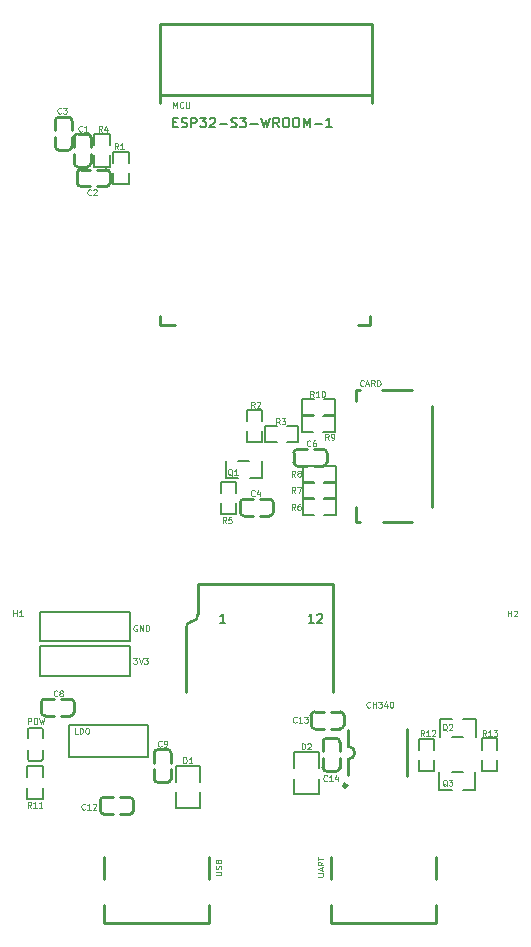
<source format=gbr>
%TF.GenerationSoftware,KiCad,Pcbnew,(6.0.2)*%
%TF.CreationDate,2022-08-25T15:18:49+08:00*%
%TF.ProjectId,ESP32S3_LCD_Card,45535033-3253-4335-9f4c-43445f436172,rev?*%
%TF.SameCoordinates,Original*%
%TF.FileFunction,Legend,Top*%
%TF.FilePolarity,Positive*%
%FSLAX46Y46*%
G04 Gerber Fmt 4.6, Leading zero omitted, Abs format (unit mm)*
G04 Created by KiCad (PCBNEW (6.0.2)) date 2022-08-25 15:18:49*
%MOMM*%
%LPD*%
G01*
G04 APERTURE LIST*
%ADD10C,0.125000*%
%ADD11C,0.203000*%
%ADD12C,0.127000*%
%ADD13C,0.152000*%
%ADD14C,0.254000*%
%ADD15C,0.200000*%
G04 APERTURE END LIST*
D10*
%TO.C,R10*%
X144556796Y-99405239D02*
X144390130Y-99167144D01*
X144271082Y-99405239D02*
X144271082Y-98905239D01*
X144461558Y-98905239D01*
X144509177Y-98929049D01*
X144532987Y-98952858D01*
X144556796Y-99000477D01*
X144556796Y-99071906D01*
X144532987Y-99119525D01*
X144509177Y-99143334D01*
X144461558Y-99167144D01*
X144271082Y-99167144D01*
X145032987Y-99405239D02*
X144747273Y-99405239D01*
X144890130Y-99405239D02*
X144890130Y-98905239D01*
X144842511Y-98976668D01*
X144794892Y-99024287D01*
X144747273Y-99048096D01*
X145342511Y-98905239D02*
X145390130Y-98905239D01*
X145437749Y-98929049D01*
X145461558Y-98952858D01*
X145485368Y-99000477D01*
X145509177Y-99095715D01*
X145509177Y-99214763D01*
X145485368Y-99310001D01*
X145461558Y-99357620D01*
X145437749Y-99381429D01*
X145390130Y-99405239D01*
X145342511Y-99405239D01*
X145294892Y-99381429D01*
X145271082Y-99357620D01*
X145247273Y-99310001D01*
X145223463Y-99214763D01*
X145223463Y-99095715D01*
X145247273Y-99000477D01*
X145271082Y-98952858D01*
X145294892Y-98929049D01*
X145342511Y-98905239D01*
%TO.C,C14*%
X145683130Y-131877571D02*
X145659321Y-131901380D01*
X145587892Y-131925190D01*
X145540273Y-131925190D01*
X145468845Y-131901380D01*
X145421226Y-131853761D01*
X145397416Y-131806142D01*
X145373607Y-131710904D01*
X145373607Y-131639476D01*
X145397416Y-131544238D01*
X145421226Y-131496619D01*
X145468845Y-131449000D01*
X145540273Y-131425190D01*
X145587892Y-131425190D01*
X145659321Y-131449000D01*
X145683130Y-131472809D01*
X146159321Y-131925190D02*
X145873607Y-131925190D01*
X146016464Y-131925190D02*
X146016464Y-131425190D01*
X145968845Y-131496619D01*
X145921226Y-131544238D01*
X145873607Y-131568047D01*
X146587892Y-131591857D02*
X146587892Y-131925190D01*
X146468845Y-131401380D02*
X146349797Y-131758523D01*
X146659321Y-131758523D01*
%TO.C,R5*%
X137142321Y-110081190D02*
X136975654Y-109843095D01*
X136856607Y-110081190D02*
X136856607Y-109581190D01*
X137047083Y-109581190D01*
X137094702Y-109605000D01*
X137118511Y-109628809D01*
X137142321Y-109676428D01*
X137142321Y-109747857D01*
X137118511Y-109795476D01*
X137094702Y-109819285D01*
X137047083Y-109843095D01*
X136856607Y-109843095D01*
X137594702Y-109581190D02*
X137356607Y-109581190D01*
X137332797Y-109819285D01*
X137356607Y-109795476D01*
X137404226Y-109771666D01*
X137523273Y-109771666D01*
X137570892Y-109795476D01*
X137594702Y-109819285D01*
X137618511Y-109866904D01*
X137618511Y-109985952D01*
X137594702Y-110033571D01*
X137570892Y-110057380D01*
X137523273Y-110081190D01*
X137404226Y-110081190D01*
X137356607Y-110057380D01*
X137332797Y-110033571D01*
%TO.C,D1*%
X133527891Y-130398138D02*
X133527891Y-129898138D01*
X133646939Y-129898138D01*
X133718367Y-129921948D01*
X133765986Y-129969567D01*
X133789796Y-130017186D01*
X133813605Y-130112424D01*
X133813605Y-130183852D01*
X133789796Y-130279090D01*
X133765986Y-130326709D01*
X133718367Y-130374328D01*
X133646939Y-130398138D01*
X133527891Y-130398138D01*
X134289796Y-130398138D02*
X134004081Y-130398138D01*
X134146939Y-130398138D02*
X134146939Y-129898138D01*
X134099319Y-129969567D01*
X134051700Y-130017186D01*
X134004081Y-130040995D01*
%TO.C,GND*%
X129585892Y-118749000D02*
X129538273Y-118725190D01*
X129466845Y-118725190D01*
X129395416Y-118749000D01*
X129347797Y-118796619D01*
X129323988Y-118844238D01*
X129300178Y-118939476D01*
X129300178Y-119010904D01*
X129323988Y-119106142D01*
X129347797Y-119153761D01*
X129395416Y-119201380D01*
X129466845Y-119225190D01*
X129514464Y-119225190D01*
X129585892Y-119201380D01*
X129609702Y-119177571D01*
X129609702Y-119010904D01*
X129514464Y-119010904D01*
X129823988Y-119225190D02*
X129823988Y-118725190D01*
X130109702Y-119225190D01*
X130109702Y-118725190D01*
X130347797Y-119225190D02*
X130347797Y-118725190D01*
X130466845Y-118725190D01*
X130538273Y-118749000D01*
X130585892Y-118796619D01*
X130609702Y-118844238D01*
X130633511Y-118939476D01*
X130633511Y-119010904D01*
X130609702Y-119106142D01*
X130585892Y-119153761D01*
X130538273Y-119201380D01*
X130466845Y-119225190D01*
X130347797Y-119225190D01*
%TO.C,CH340*%
X149330011Y-125654571D02*
X149306202Y-125678380D01*
X149234773Y-125702190D01*
X149187154Y-125702190D01*
X149115726Y-125678380D01*
X149068107Y-125630761D01*
X149044297Y-125583142D01*
X149020488Y-125487904D01*
X149020488Y-125416476D01*
X149044297Y-125321238D01*
X149068107Y-125273619D01*
X149115726Y-125226000D01*
X149187154Y-125202190D01*
X149234773Y-125202190D01*
X149306202Y-125226000D01*
X149330011Y-125249809D01*
X149544297Y-125702190D02*
X149544297Y-125202190D01*
X149544297Y-125440285D02*
X149830011Y-125440285D01*
X149830011Y-125702190D02*
X149830011Y-125202190D01*
X150020488Y-125202190D02*
X150330011Y-125202190D01*
X150163345Y-125392666D01*
X150234773Y-125392666D01*
X150282392Y-125416476D01*
X150306202Y-125440285D01*
X150330011Y-125487904D01*
X150330011Y-125606952D01*
X150306202Y-125654571D01*
X150282392Y-125678380D01*
X150234773Y-125702190D01*
X150091916Y-125702190D01*
X150044297Y-125678380D01*
X150020488Y-125654571D01*
X150758583Y-125368857D02*
X150758583Y-125702190D01*
X150639535Y-125178380D02*
X150520488Y-125535523D01*
X150830011Y-125535523D01*
X151115726Y-125202190D02*
X151163345Y-125202190D01*
X151210964Y-125226000D01*
X151234773Y-125249809D01*
X151258583Y-125297428D01*
X151282392Y-125392666D01*
X151282392Y-125511714D01*
X151258583Y-125606952D01*
X151234773Y-125654571D01*
X151210964Y-125678380D01*
X151163345Y-125702190D01*
X151115726Y-125702190D01*
X151068107Y-125678380D01*
X151044297Y-125654571D01*
X151020488Y-125606952D01*
X150996678Y-125511714D01*
X150996678Y-125392666D01*
X151020488Y-125297428D01*
X151044297Y-125249809D01*
X151068107Y-125226000D01*
X151115726Y-125202190D01*
%TO.C,USB*%
X136251190Y-139880702D02*
X136655952Y-139880702D01*
X136703571Y-139856892D01*
X136727380Y-139833083D01*
X136751190Y-139785464D01*
X136751190Y-139690226D01*
X136727380Y-139642607D01*
X136703571Y-139618797D01*
X136655952Y-139594988D01*
X136251190Y-139594988D01*
X136727380Y-139380702D02*
X136751190Y-139309273D01*
X136751190Y-139190226D01*
X136727380Y-139142607D01*
X136703571Y-139118797D01*
X136655952Y-139094988D01*
X136608333Y-139094988D01*
X136560714Y-139118797D01*
X136536904Y-139142607D01*
X136513095Y-139190226D01*
X136489285Y-139285464D01*
X136465476Y-139333083D01*
X136441666Y-139356892D01*
X136394047Y-139380702D01*
X136346428Y-139380702D01*
X136298809Y-139356892D01*
X136275000Y-139333083D01*
X136251190Y-139285464D01*
X136251190Y-139166416D01*
X136275000Y-139094988D01*
X136489285Y-138714035D02*
X136513095Y-138642607D01*
X136536904Y-138618797D01*
X136584523Y-138594988D01*
X136655952Y-138594988D01*
X136703571Y-138618797D01*
X136727380Y-138642607D01*
X136751190Y-138690226D01*
X136751190Y-138880702D01*
X136251190Y-138880702D01*
X136251190Y-138714035D01*
X136275000Y-138666416D01*
X136298809Y-138642607D01*
X136346428Y-138618797D01*
X136394047Y-138618797D01*
X136441666Y-138642607D01*
X136465476Y-138666416D01*
X136489285Y-138714035D01*
X136489285Y-138880702D01*
%TO.C,LDO*%
X124573164Y-127908049D02*
X124335069Y-127908049D01*
X124335069Y-127408049D01*
X124739831Y-127908049D02*
X124739831Y-127408049D01*
X124858879Y-127408049D01*
X124930307Y-127431859D01*
X124977926Y-127479478D01*
X125001736Y-127527097D01*
X125025545Y-127622335D01*
X125025545Y-127693763D01*
X125001736Y-127789001D01*
X124977926Y-127836620D01*
X124930307Y-127884239D01*
X124858879Y-127908049D01*
X124739831Y-127908049D01*
X125335069Y-127408049D02*
X125430307Y-127408049D01*
X125477926Y-127431859D01*
X125525545Y-127479478D01*
X125549355Y-127574716D01*
X125549355Y-127741382D01*
X125525545Y-127836620D01*
X125477926Y-127884239D01*
X125430307Y-127908049D01*
X125335069Y-127908049D01*
X125287450Y-127884239D01*
X125239831Y-127836620D01*
X125216022Y-127741382D01*
X125216022Y-127574716D01*
X125239831Y-127479478D01*
X125287450Y-127431859D01*
X125335069Y-127408049D01*
%TO.C,POW*%
X120362559Y-127099190D02*
X120362559Y-126599190D01*
X120553035Y-126599190D01*
X120600654Y-126623000D01*
X120624464Y-126646809D01*
X120648273Y-126694428D01*
X120648273Y-126765857D01*
X120624464Y-126813476D01*
X120600654Y-126837285D01*
X120553035Y-126861095D01*
X120362559Y-126861095D01*
X120957797Y-126599190D02*
X121053035Y-126599190D01*
X121100654Y-126623000D01*
X121148273Y-126670619D01*
X121172083Y-126765857D01*
X121172083Y-126932523D01*
X121148273Y-127027761D01*
X121100654Y-127075380D01*
X121053035Y-127099190D01*
X120957797Y-127099190D01*
X120910178Y-127075380D01*
X120862559Y-127027761D01*
X120838750Y-126932523D01*
X120838750Y-126765857D01*
X120862559Y-126670619D01*
X120910178Y-126623000D01*
X120957797Y-126599190D01*
X121338750Y-126599190D02*
X121457797Y-127099190D01*
X121553035Y-126742047D01*
X121648273Y-127099190D01*
X121767321Y-126599190D01*
%TO.C,C12*%
X125200011Y-134290571D02*
X125176202Y-134314380D01*
X125104773Y-134338190D01*
X125057154Y-134338190D01*
X124985726Y-134314380D01*
X124938107Y-134266761D01*
X124914297Y-134219142D01*
X124890488Y-134123904D01*
X124890488Y-134052476D01*
X124914297Y-133957238D01*
X124938107Y-133909619D01*
X124985726Y-133862000D01*
X125057154Y-133838190D01*
X125104773Y-133838190D01*
X125176202Y-133862000D01*
X125200011Y-133885809D01*
X125676202Y-134338190D02*
X125390488Y-134338190D01*
X125533345Y-134338190D02*
X125533345Y-133838190D01*
X125485726Y-133909619D01*
X125438107Y-133957238D01*
X125390488Y-133981047D01*
X125866678Y-133885809D02*
X125890488Y-133862000D01*
X125938107Y-133838190D01*
X126057154Y-133838190D01*
X126104773Y-133862000D01*
X126128583Y-133885809D01*
X126152392Y-133933428D01*
X126152392Y-133981047D01*
X126128583Y-134052476D01*
X125842869Y-134338190D01*
X126152392Y-134338190D01*
%TO.C,R13*%
X159145130Y-128115190D02*
X158978464Y-127877095D01*
X158859416Y-128115190D02*
X158859416Y-127615190D01*
X159049892Y-127615190D01*
X159097511Y-127639000D01*
X159121321Y-127662809D01*
X159145130Y-127710428D01*
X159145130Y-127781857D01*
X159121321Y-127829476D01*
X159097511Y-127853285D01*
X159049892Y-127877095D01*
X158859416Y-127877095D01*
X159621321Y-128115190D02*
X159335607Y-128115190D01*
X159478464Y-128115190D02*
X159478464Y-127615190D01*
X159430845Y-127686619D01*
X159383226Y-127734238D01*
X159335607Y-127758047D01*
X159787988Y-127615190D02*
X160097511Y-127615190D01*
X159930845Y-127805666D01*
X160002273Y-127805666D01*
X160049892Y-127829476D01*
X160073702Y-127853285D01*
X160097511Y-127900904D01*
X160097511Y-128019952D01*
X160073702Y-128067571D01*
X160049892Y-128091380D01*
X160002273Y-128115190D01*
X159859416Y-128115190D01*
X159811797Y-128091380D01*
X159787988Y-128067571D01*
%TO.C,C1*%
X124946011Y-76886571D02*
X124922202Y-76910380D01*
X124850773Y-76934190D01*
X124803154Y-76934190D01*
X124731726Y-76910380D01*
X124684107Y-76862761D01*
X124660297Y-76815142D01*
X124636488Y-76719904D01*
X124636488Y-76648476D01*
X124660297Y-76553238D01*
X124684107Y-76505619D01*
X124731726Y-76458000D01*
X124803154Y-76434190D01*
X124850773Y-76434190D01*
X124922202Y-76458000D01*
X124946011Y-76481809D01*
X125422202Y-76934190D02*
X125136488Y-76934190D01*
X125279345Y-76934190D02*
X125279345Y-76434190D01*
X125231726Y-76505619D01*
X125184107Y-76553238D01*
X125136488Y-76577047D01*
%TO.C,UART*%
X144887190Y-140007702D02*
X145291952Y-140007702D01*
X145339571Y-139983892D01*
X145363380Y-139960083D01*
X145387190Y-139912464D01*
X145387190Y-139817226D01*
X145363380Y-139769607D01*
X145339571Y-139745797D01*
X145291952Y-139721988D01*
X144887190Y-139721988D01*
X145244333Y-139507702D02*
X145244333Y-139269607D01*
X145387190Y-139555321D02*
X144887190Y-139388654D01*
X145387190Y-139221988D01*
X145387190Y-138769607D02*
X145149095Y-138936273D01*
X145387190Y-139055321D02*
X144887190Y-139055321D01*
X144887190Y-138864845D01*
X144911000Y-138817226D01*
X144934809Y-138793416D01*
X144982428Y-138769607D01*
X145053857Y-138769607D01*
X145101476Y-138793416D01*
X145125285Y-138817226D01*
X145149095Y-138864845D01*
X145149095Y-139055321D01*
X144887190Y-138626750D02*
X144887190Y-138341035D01*
X145387190Y-138483892D02*
X144887190Y-138483892D01*
%TO.C,R2*%
X139555321Y-100302190D02*
X139388654Y-100064095D01*
X139269607Y-100302190D02*
X139269607Y-99802190D01*
X139460083Y-99802190D01*
X139507702Y-99826000D01*
X139531511Y-99849809D01*
X139555321Y-99897428D01*
X139555321Y-99968857D01*
X139531511Y-100016476D01*
X139507702Y-100040285D01*
X139460083Y-100064095D01*
X139269607Y-100064095D01*
X139745797Y-99849809D02*
X139769607Y-99826000D01*
X139817226Y-99802190D01*
X139936273Y-99802190D01*
X139983892Y-99826000D01*
X140007702Y-99849809D01*
X140031511Y-99897428D01*
X140031511Y-99945047D01*
X140007702Y-100016476D01*
X139721988Y-100302190D01*
X140031511Y-100302190D01*
%TO.C,C4*%
X139555321Y-107747571D02*
X139531511Y-107771380D01*
X139460083Y-107795190D01*
X139412464Y-107795190D01*
X139341035Y-107771380D01*
X139293416Y-107723761D01*
X139269607Y-107676142D01*
X139245797Y-107580904D01*
X139245797Y-107509476D01*
X139269607Y-107414238D01*
X139293416Y-107366619D01*
X139341035Y-107319000D01*
X139412464Y-107295190D01*
X139460083Y-107295190D01*
X139531511Y-107319000D01*
X139555321Y-107342809D01*
X139983892Y-107461857D02*
X139983892Y-107795190D01*
X139864845Y-107271380D02*
X139745797Y-107628523D01*
X140055321Y-107628523D01*
%TO.C,H1*%
X119133030Y-117970154D02*
X119133030Y-117470154D01*
X119133030Y-117708249D02*
X119418744Y-117708249D01*
X119418744Y-117970154D02*
X119418744Y-117470154D01*
X119918744Y-117970154D02*
X119633030Y-117970154D01*
X119775887Y-117970154D02*
X119775887Y-117470154D01*
X119728268Y-117541583D01*
X119680649Y-117589202D01*
X119633030Y-117613011D01*
%TO.C,3V3*%
X129292226Y-121501681D02*
X129601750Y-121501681D01*
X129435083Y-121692157D01*
X129506511Y-121692157D01*
X129554130Y-121715967D01*
X129577940Y-121739776D01*
X129601750Y-121787395D01*
X129601750Y-121906443D01*
X129577940Y-121954062D01*
X129554130Y-121977871D01*
X129506511Y-122001681D01*
X129363654Y-122001681D01*
X129316035Y-121977871D01*
X129292226Y-121954062D01*
X129744607Y-121501681D02*
X129911273Y-122001681D01*
X130077940Y-121501681D01*
X130196988Y-121501681D02*
X130506511Y-121501681D01*
X130339845Y-121692157D01*
X130411273Y-121692157D01*
X130458892Y-121715967D01*
X130482702Y-121739776D01*
X130506511Y-121787395D01*
X130506511Y-121906443D01*
X130482702Y-121954062D01*
X130458892Y-121977871D01*
X130411273Y-122001681D01*
X130268416Y-122001681D01*
X130220797Y-121977871D01*
X130196988Y-121954062D01*
%TO.C,C9*%
X131681321Y-128956571D02*
X131657511Y-128980380D01*
X131586083Y-129004190D01*
X131538464Y-129004190D01*
X131467035Y-128980380D01*
X131419416Y-128932761D01*
X131395607Y-128885142D01*
X131371797Y-128789904D01*
X131371797Y-128718476D01*
X131395607Y-128623238D01*
X131419416Y-128575619D01*
X131467035Y-128528000D01*
X131538464Y-128504190D01*
X131586083Y-128504190D01*
X131657511Y-128528000D01*
X131681321Y-128551809D01*
X131919416Y-129004190D02*
X132014654Y-129004190D01*
X132062273Y-128980380D01*
X132086083Y-128956571D01*
X132133702Y-128885142D01*
X132157511Y-128789904D01*
X132157511Y-128599428D01*
X132133702Y-128551809D01*
X132109892Y-128528000D01*
X132062273Y-128504190D01*
X131967035Y-128504190D01*
X131919416Y-128528000D01*
X131895607Y-128551809D01*
X131871797Y-128599428D01*
X131871797Y-128718476D01*
X131895607Y-128766095D01*
X131919416Y-128789904D01*
X131967035Y-128813714D01*
X132062273Y-128813714D01*
X132109892Y-128789904D01*
X132133702Y-128766095D01*
X132157511Y-128718476D01*
%TO.C,MCU*%
X132660999Y-74920205D02*
X132660999Y-74420205D01*
X132827666Y-74777348D01*
X132994332Y-74420205D01*
X132994332Y-74920205D01*
X133518142Y-74872586D02*
X133494332Y-74896395D01*
X133422904Y-74920205D01*
X133375285Y-74920205D01*
X133303856Y-74896395D01*
X133256237Y-74848776D01*
X133232428Y-74801157D01*
X133208618Y-74705919D01*
X133208618Y-74634491D01*
X133232428Y-74539253D01*
X133256237Y-74491634D01*
X133303856Y-74444015D01*
X133375285Y-74420205D01*
X133422904Y-74420205D01*
X133494332Y-74444015D01*
X133518142Y-74467824D01*
X133732428Y-74420205D02*
X133732428Y-74824967D01*
X133756237Y-74872586D01*
X133780047Y-74896395D01*
X133827666Y-74920205D01*
X133922904Y-74920205D01*
X133970523Y-74896395D01*
X133994332Y-74872586D01*
X134018142Y-74824967D01*
X134018142Y-74420205D01*
D11*
X132662378Y-76141071D02*
X132937378Y-76141071D01*
X133055235Y-76573214D02*
X132662378Y-76573214D01*
X132662378Y-75748214D01*
X133055235Y-75748214D01*
X133369521Y-76533928D02*
X133487378Y-76573214D01*
X133683807Y-76573214D01*
X133762378Y-76533928D01*
X133801664Y-76494642D01*
X133840950Y-76416071D01*
X133840950Y-76337500D01*
X133801664Y-76258928D01*
X133762378Y-76219642D01*
X133683807Y-76180357D01*
X133526664Y-76141071D01*
X133448092Y-76101785D01*
X133408807Y-76062500D01*
X133369521Y-75983928D01*
X133369521Y-75905357D01*
X133408807Y-75826785D01*
X133448092Y-75787500D01*
X133526664Y-75748214D01*
X133723092Y-75748214D01*
X133840950Y-75787500D01*
X134194521Y-76573214D02*
X134194521Y-75748214D01*
X134508807Y-75748214D01*
X134587378Y-75787500D01*
X134626664Y-75826785D01*
X134665950Y-75905357D01*
X134665950Y-76023214D01*
X134626664Y-76101785D01*
X134587378Y-76141071D01*
X134508807Y-76180357D01*
X134194521Y-76180357D01*
X134940950Y-75748214D02*
X135451664Y-75748214D01*
X135176664Y-76062500D01*
X135294521Y-76062500D01*
X135373092Y-76101785D01*
X135412378Y-76141071D01*
X135451664Y-76219642D01*
X135451664Y-76416071D01*
X135412378Y-76494642D01*
X135373092Y-76533928D01*
X135294521Y-76573214D01*
X135058807Y-76573214D01*
X134980235Y-76533928D01*
X134940950Y-76494642D01*
X135765950Y-75826785D02*
X135805235Y-75787500D01*
X135883807Y-75748214D01*
X136080235Y-75748214D01*
X136158807Y-75787500D01*
X136198092Y-75826785D01*
X136237378Y-75905357D01*
X136237378Y-75983928D01*
X136198092Y-76101785D01*
X135726664Y-76573214D01*
X136237378Y-76573214D01*
X136590950Y-76258928D02*
X137219521Y-76258928D01*
X137573092Y-76533928D02*
X137690950Y-76573214D01*
X137887378Y-76573214D01*
X137965950Y-76533928D01*
X138005235Y-76494642D01*
X138044521Y-76416071D01*
X138044521Y-76337500D01*
X138005235Y-76258928D01*
X137965950Y-76219642D01*
X137887378Y-76180357D01*
X137730235Y-76141071D01*
X137651664Y-76101785D01*
X137612378Y-76062500D01*
X137573092Y-75983928D01*
X137573092Y-75905357D01*
X137612378Y-75826785D01*
X137651664Y-75787500D01*
X137730235Y-75748214D01*
X137926664Y-75748214D01*
X138044521Y-75787500D01*
X138319521Y-75748214D02*
X138830235Y-75748214D01*
X138555235Y-76062500D01*
X138673092Y-76062500D01*
X138751664Y-76101785D01*
X138790950Y-76141071D01*
X138830235Y-76219642D01*
X138830235Y-76416071D01*
X138790950Y-76494642D01*
X138751664Y-76533928D01*
X138673092Y-76573214D01*
X138437378Y-76573214D01*
X138358807Y-76533928D01*
X138319521Y-76494642D01*
X139183807Y-76258928D02*
X139812378Y-76258928D01*
X140126664Y-75748214D02*
X140323092Y-76573214D01*
X140480235Y-75983928D01*
X140637378Y-76573214D01*
X140833807Y-75748214D01*
X141619521Y-76573214D02*
X141344521Y-76180357D01*
X141148092Y-76573214D02*
X141148092Y-75748214D01*
X141462378Y-75748214D01*
X141540950Y-75787500D01*
X141580235Y-75826785D01*
X141619521Y-75905357D01*
X141619521Y-76023214D01*
X141580235Y-76101785D01*
X141540950Y-76141071D01*
X141462378Y-76180357D01*
X141148092Y-76180357D01*
X142130235Y-75748214D02*
X142287378Y-75748214D01*
X142365950Y-75787500D01*
X142444521Y-75866071D01*
X142483807Y-76023214D01*
X142483807Y-76298214D01*
X142444521Y-76455357D01*
X142365950Y-76533928D01*
X142287378Y-76573214D01*
X142130235Y-76573214D01*
X142051664Y-76533928D01*
X141973092Y-76455357D01*
X141933807Y-76298214D01*
X141933807Y-76023214D01*
X141973092Y-75866071D01*
X142051664Y-75787500D01*
X142130235Y-75748214D01*
X142994521Y-75748214D02*
X143151664Y-75748214D01*
X143230235Y-75787500D01*
X143308807Y-75866071D01*
X143348092Y-76023214D01*
X143348092Y-76298214D01*
X143308807Y-76455357D01*
X143230235Y-76533928D01*
X143151664Y-76573214D01*
X142994521Y-76573214D01*
X142915950Y-76533928D01*
X142837378Y-76455357D01*
X142798092Y-76298214D01*
X142798092Y-76023214D01*
X142837378Y-75866071D01*
X142915950Y-75787500D01*
X142994521Y-75748214D01*
X143701664Y-76573214D02*
X143701664Y-75748214D01*
X143976664Y-76337500D01*
X144251664Y-75748214D01*
X144251664Y-76573214D01*
X144644521Y-76258928D02*
X145273092Y-76258928D01*
X146098092Y-76573214D02*
X145626664Y-76573214D01*
X145862378Y-76573214D02*
X145862378Y-75748214D01*
X145783807Y-75866071D01*
X145705235Y-75944642D01*
X145626664Y-75983928D01*
D10*
%TO.C,CARD*%
X148793085Y-98427599D02*
X148769275Y-98451408D01*
X148697847Y-98475218D01*
X148650228Y-98475218D01*
X148578799Y-98451408D01*
X148531180Y-98403789D01*
X148507371Y-98356170D01*
X148483561Y-98260932D01*
X148483561Y-98189504D01*
X148507371Y-98094266D01*
X148531180Y-98046647D01*
X148578799Y-97999028D01*
X148650228Y-97975218D01*
X148697847Y-97975218D01*
X148769275Y-97999028D01*
X148793085Y-98022837D01*
X148983561Y-98332361D02*
X149221656Y-98332361D01*
X148935942Y-98475218D02*
X149102609Y-97975218D01*
X149269275Y-98475218D01*
X149721656Y-98475218D02*
X149554990Y-98237123D01*
X149435942Y-98475218D02*
X149435942Y-97975218D01*
X149626418Y-97975218D01*
X149674037Y-97999028D01*
X149697847Y-98022837D01*
X149721656Y-98070456D01*
X149721656Y-98141885D01*
X149697847Y-98189504D01*
X149674037Y-98213313D01*
X149626418Y-98237123D01*
X149435942Y-98237123D01*
X149935942Y-98475218D02*
X149935942Y-97975218D01*
X150054990Y-97975218D01*
X150126418Y-97999028D01*
X150174037Y-98046647D01*
X150197847Y-98094266D01*
X150221656Y-98189504D01*
X150221656Y-98260932D01*
X150197847Y-98356170D01*
X150174037Y-98403789D01*
X150126418Y-98451408D01*
X150054990Y-98475218D01*
X149935942Y-98475218D01*
%TO.C,R6*%
X142994814Y-108961704D02*
X142828147Y-108723609D01*
X142709100Y-108961704D02*
X142709100Y-108461704D01*
X142899576Y-108461704D01*
X142947195Y-108485514D01*
X142971004Y-108509323D01*
X142994814Y-108556942D01*
X142994814Y-108628371D01*
X142971004Y-108675990D01*
X142947195Y-108699799D01*
X142899576Y-108723609D01*
X142709100Y-108723609D01*
X143423385Y-108461704D02*
X143328147Y-108461704D01*
X143280528Y-108485514D01*
X143256719Y-108509323D01*
X143209100Y-108580752D01*
X143185290Y-108675990D01*
X143185290Y-108866466D01*
X143209100Y-108914085D01*
X143232909Y-108937894D01*
X143280528Y-108961704D01*
X143375766Y-108961704D01*
X143423385Y-108937894D01*
X143447195Y-108914085D01*
X143471004Y-108866466D01*
X143471004Y-108747418D01*
X143447195Y-108699799D01*
X143423385Y-108675990D01*
X143375766Y-108652180D01*
X143280528Y-108652180D01*
X143232909Y-108675990D01*
X143209100Y-108699799D01*
X143185290Y-108747418D01*
%TO.C,C6*%
X144282618Y-103536070D02*
X144258809Y-103559879D01*
X144187380Y-103583689D01*
X144139761Y-103583689D01*
X144068333Y-103559879D01*
X144020714Y-103512260D01*
X143996904Y-103464641D01*
X143973095Y-103369403D01*
X143973095Y-103297975D01*
X143996904Y-103202737D01*
X144020714Y-103155118D01*
X144068333Y-103107499D01*
X144139761Y-103083689D01*
X144187380Y-103083689D01*
X144258809Y-103107499D01*
X144282618Y-103131308D01*
X144711190Y-103083689D02*
X144615952Y-103083689D01*
X144568333Y-103107499D01*
X144544523Y-103131308D01*
X144496904Y-103202737D01*
X144473095Y-103297975D01*
X144473095Y-103488451D01*
X144496904Y-103536070D01*
X144520714Y-103559879D01*
X144568333Y-103583689D01*
X144663571Y-103583689D01*
X144711190Y-103559879D01*
X144734999Y-103536070D01*
X144758809Y-103488451D01*
X144758809Y-103369403D01*
X144734999Y-103321784D01*
X144711190Y-103297975D01*
X144663571Y-103274165D01*
X144568333Y-103274165D01*
X144520714Y-103297975D01*
X144496904Y-103321784D01*
X144473095Y-103369403D01*
%TO.C,R12*%
X153902011Y-128115190D02*
X153735345Y-127877095D01*
X153616297Y-128115190D02*
X153616297Y-127615190D01*
X153806773Y-127615190D01*
X153854392Y-127639000D01*
X153878202Y-127662809D01*
X153902011Y-127710428D01*
X153902011Y-127781857D01*
X153878202Y-127829476D01*
X153854392Y-127853285D01*
X153806773Y-127877095D01*
X153616297Y-127877095D01*
X154378202Y-128115190D02*
X154092488Y-128115190D01*
X154235345Y-128115190D02*
X154235345Y-127615190D01*
X154187726Y-127686619D01*
X154140107Y-127734238D01*
X154092488Y-127758047D01*
X154568678Y-127662809D02*
X154592488Y-127639000D01*
X154640107Y-127615190D01*
X154759154Y-127615190D01*
X154806773Y-127639000D01*
X154830583Y-127662809D01*
X154854392Y-127710428D01*
X154854392Y-127758047D01*
X154830583Y-127829476D01*
X154544869Y-128115190D01*
X154854392Y-128115190D01*
%TO.C,R7*%
X142991397Y-107536629D02*
X142824730Y-107298534D01*
X142705683Y-107536629D02*
X142705683Y-107036629D01*
X142896159Y-107036629D01*
X142943778Y-107060439D01*
X142967587Y-107084248D01*
X142991397Y-107131867D01*
X142991397Y-107203296D01*
X142967587Y-107250915D01*
X142943778Y-107274724D01*
X142896159Y-107298534D01*
X142705683Y-107298534D01*
X143158064Y-107036629D02*
X143491397Y-107036629D01*
X143277111Y-107536629D01*
%TO.C,Q2*%
X155835130Y-127654809D02*
X155787511Y-127631000D01*
X155739892Y-127583380D01*
X155668464Y-127511952D01*
X155620845Y-127488142D01*
X155573226Y-127488142D01*
X155597035Y-127607190D02*
X155549416Y-127583380D01*
X155501797Y-127535761D01*
X155477988Y-127440523D01*
X155477988Y-127273857D01*
X155501797Y-127178619D01*
X155549416Y-127131000D01*
X155597035Y-127107190D01*
X155692273Y-127107190D01*
X155739892Y-127131000D01*
X155787511Y-127178619D01*
X155811321Y-127273857D01*
X155811321Y-127440523D01*
X155787511Y-127535761D01*
X155739892Y-127583380D01*
X155692273Y-127607190D01*
X155597035Y-127607190D01*
X156001797Y-127154809D02*
X156025607Y-127131000D01*
X156073226Y-127107190D01*
X156192273Y-127107190D01*
X156239892Y-127131000D01*
X156263702Y-127154809D01*
X156287511Y-127202428D01*
X156287511Y-127250047D01*
X156263702Y-127321476D01*
X155977988Y-127607190D01*
X156287511Y-127607190D01*
%TO.C,C13*%
X143107011Y-126924571D02*
X143083202Y-126948380D01*
X143011773Y-126972190D01*
X142964154Y-126972190D01*
X142892726Y-126948380D01*
X142845107Y-126900761D01*
X142821297Y-126853142D01*
X142797488Y-126757904D01*
X142797488Y-126686476D01*
X142821297Y-126591238D01*
X142845107Y-126543619D01*
X142892726Y-126496000D01*
X142964154Y-126472190D01*
X143011773Y-126472190D01*
X143083202Y-126496000D01*
X143107011Y-126519809D01*
X143583202Y-126972190D02*
X143297488Y-126972190D01*
X143440345Y-126972190D02*
X143440345Y-126472190D01*
X143392726Y-126543619D01*
X143345107Y-126591238D01*
X143297488Y-126615047D01*
X143749869Y-126472190D02*
X144059392Y-126472190D01*
X143892726Y-126662666D01*
X143964154Y-126662666D01*
X144011773Y-126686476D01*
X144035583Y-126710285D01*
X144059392Y-126757904D01*
X144059392Y-126876952D01*
X144035583Y-126924571D01*
X144011773Y-126948380D01*
X143964154Y-126972190D01*
X143821297Y-126972190D01*
X143773678Y-126948380D01*
X143749869Y-126924571D01*
%TO.C,R11*%
X120632732Y-134170883D02*
X120466066Y-133932788D01*
X120347018Y-134170883D02*
X120347018Y-133670883D01*
X120537494Y-133670883D01*
X120585113Y-133694693D01*
X120608923Y-133718502D01*
X120632732Y-133766121D01*
X120632732Y-133837550D01*
X120608923Y-133885169D01*
X120585113Y-133908978D01*
X120537494Y-133932788D01*
X120347018Y-133932788D01*
X121108923Y-134170883D02*
X120823209Y-134170883D01*
X120966066Y-134170883D02*
X120966066Y-133670883D01*
X120918447Y-133742312D01*
X120870828Y-133789931D01*
X120823209Y-133813740D01*
X121585113Y-134170883D02*
X121299399Y-134170883D01*
X121442256Y-134170883D02*
X121442256Y-133670883D01*
X121394637Y-133742312D01*
X121347018Y-133789931D01*
X121299399Y-133813740D01*
%TO.C,H2*%
X161016284Y-117984148D02*
X161016284Y-117484148D01*
X161016284Y-117722243D02*
X161301998Y-117722243D01*
X161301998Y-117984148D02*
X161301998Y-117484148D01*
X161516284Y-117531767D02*
X161540094Y-117507958D01*
X161587713Y-117484148D01*
X161706760Y-117484148D01*
X161754379Y-117507958D01*
X161778189Y-117531767D01*
X161801998Y-117579386D01*
X161801998Y-117627005D01*
X161778189Y-117698434D01*
X161492475Y-117984148D01*
X161801998Y-117984148D01*
%TO.C,C8*%
X122842291Y-124701408D02*
X122818481Y-124725217D01*
X122747053Y-124749027D01*
X122699434Y-124749027D01*
X122628005Y-124725217D01*
X122580386Y-124677598D01*
X122556577Y-124629979D01*
X122532767Y-124534741D01*
X122532767Y-124463313D01*
X122556577Y-124368075D01*
X122580386Y-124320456D01*
X122628005Y-124272837D01*
X122699434Y-124249027D01*
X122747053Y-124249027D01*
X122818481Y-124272837D01*
X122842291Y-124296646D01*
X123128005Y-124463313D02*
X123080386Y-124439503D01*
X123056577Y-124415694D01*
X123032767Y-124368075D01*
X123032767Y-124344265D01*
X123056577Y-124296646D01*
X123080386Y-124272837D01*
X123128005Y-124249027D01*
X123223243Y-124249027D01*
X123270862Y-124272837D01*
X123294672Y-124296646D01*
X123318481Y-124344265D01*
X123318481Y-124368075D01*
X123294672Y-124415694D01*
X123270862Y-124439503D01*
X123223243Y-124463313D01*
X123128005Y-124463313D01*
X123080386Y-124487122D01*
X123056577Y-124510932D01*
X123032767Y-124558551D01*
X123032767Y-124653789D01*
X123056577Y-124701408D01*
X123080386Y-124725217D01*
X123128005Y-124749027D01*
X123223243Y-124749027D01*
X123270862Y-124725217D01*
X123294672Y-124701408D01*
X123318481Y-124653789D01*
X123318481Y-124558551D01*
X123294672Y-124510932D01*
X123270862Y-124487122D01*
X123223243Y-124463313D01*
%TO.C,C2*%
X125712321Y-82276677D02*
X125688511Y-82300486D01*
X125617083Y-82324296D01*
X125569464Y-82324296D01*
X125498035Y-82300486D01*
X125450416Y-82252867D01*
X125426607Y-82205248D01*
X125402797Y-82110010D01*
X125402797Y-82038582D01*
X125426607Y-81943344D01*
X125450416Y-81895725D01*
X125498035Y-81848106D01*
X125569464Y-81824296D01*
X125617083Y-81824296D01*
X125688511Y-81848106D01*
X125712321Y-81871915D01*
X125902797Y-81871915D02*
X125926607Y-81848106D01*
X125974226Y-81824296D01*
X126093273Y-81824296D01*
X126140892Y-81848106D01*
X126164702Y-81871915D01*
X126188511Y-81919534D01*
X126188511Y-81967153D01*
X126164702Y-82038582D01*
X125878988Y-82324296D01*
X126188511Y-82324296D01*
%TO.C,R8*%
X142996321Y-106144190D02*
X142829654Y-105906095D01*
X142710607Y-106144190D02*
X142710607Y-105644190D01*
X142901083Y-105644190D01*
X142948702Y-105668000D01*
X142972511Y-105691809D01*
X142996321Y-105739428D01*
X142996321Y-105810857D01*
X142972511Y-105858476D01*
X142948702Y-105882285D01*
X142901083Y-105906095D01*
X142710607Y-105906095D01*
X143282035Y-105858476D02*
X143234416Y-105834666D01*
X143210607Y-105810857D01*
X143186797Y-105763238D01*
X143186797Y-105739428D01*
X143210607Y-105691809D01*
X143234416Y-105668000D01*
X143282035Y-105644190D01*
X143377273Y-105644190D01*
X143424892Y-105668000D01*
X143448702Y-105691809D01*
X143472511Y-105739428D01*
X143472511Y-105763238D01*
X143448702Y-105810857D01*
X143424892Y-105834666D01*
X143377273Y-105858476D01*
X143282035Y-105858476D01*
X143234416Y-105882285D01*
X143210607Y-105906095D01*
X143186797Y-105953714D01*
X143186797Y-106048952D01*
X143210607Y-106096571D01*
X143234416Y-106120380D01*
X143282035Y-106144190D01*
X143377273Y-106144190D01*
X143424892Y-106120380D01*
X143448702Y-106096571D01*
X143472511Y-106048952D01*
X143472511Y-105953714D01*
X143448702Y-105906095D01*
X143424892Y-105882285D01*
X143377273Y-105858476D01*
%TO.C,R9*%
X145833648Y-103033234D02*
X145666981Y-102795139D01*
X145547934Y-103033234D02*
X145547934Y-102533234D01*
X145738410Y-102533234D01*
X145786029Y-102557044D01*
X145809838Y-102580853D01*
X145833648Y-102628472D01*
X145833648Y-102699901D01*
X145809838Y-102747520D01*
X145786029Y-102771329D01*
X145738410Y-102795139D01*
X145547934Y-102795139D01*
X146071743Y-103033234D02*
X146166981Y-103033234D01*
X146214600Y-103009424D01*
X146238410Y-102985615D01*
X146286029Y-102914186D01*
X146309838Y-102818948D01*
X146309838Y-102628472D01*
X146286029Y-102580853D01*
X146262219Y-102557044D01*
X146214600Y-102533234D01*
X146119362Y-102533234D01*
X146071743Y-102557044D01*
X146047934Y-102580853D01*
X146024124Y-102628472D01*
X146024124Y-102747520D01*
X146047934Y-102795139D01*
X146071743Y-102818948D01*
X146119362Y-102842758D01*
X146214600Y-102842758D01*
X146262219Y-102818948D01*
X146286029Y-102795139D01*
X146309838Y-102747520D01*
%TO.C,R1*%
X127998321Y-78425444D02*
X127831654Y-78187349D01*
X127712607Y-78425444D02*
X127712607Y-77925444D01*
X127903083Y-77925444D01*
X127950702Y-77949254D01*
X127974511Y-77973063D01*
X127998321Y-78020682D01*
X127998321Y-78092111D01*
X127974511Y-78139730D01*
X127950702Y-78163539D01*
X127903083Y-78187349D01*
X127712607Y-78187349D01*
X128474511Y-78425444D02*
X128188797Y-78425444D01*
X128331654Y-78425444D02*
X128331654Y-77925444D01*
X128284035Y-77996873D01*
X128236416Y-78044492D01*
X128188797Y-78068301D01*
%TO.C,Q3*%
X155854630Y-132353809D02*
X155807011Y-132330000D01*
X155759392Y-132282380D01*
X155687964Y-132210952D01*
X155640345Y-132187142D01*
X155592726Y-132187142D01*
X155616535Y-132306190D02*
X155568916Y-132282380D01*
X155521297Y-132234761D01*
X155497488Y-132139523D01*
X155497488Y-131972857D01*
X155521297Y-131877619D01*
X155568916Y-131830000D01*
X155616535Y-131806190D01*
X155711773Y-131806190D01*
X155759392Y-131830000D01*
X155807011Y-131877619D01*
X155830821Y-131972857D01*
X155830821Y-132139523D01*
X155807011Y-132234761D01*
X155759392Y-132282380D01*
X155711773Y-132306190D01*
X155616535Y-132306190D01*
X155997488Y-131806190D02*
X156307011Y-131806190D01*
X156140345Y-131996666D01*
X156211773Y-131996666D01*
X156259392Y-132020476D01*
X156283202Y-132044285D01*
X156307011Y-132091904D01*
X156307011Y-132210952D01*
X156283202Y-132258571D01*
X156259392Y-132282380D01*
X156211773Y-132306190D01*
X156068916Y-132306190D01*
X156021297Y-132282380D01*
X155997488Y-132258571D01*
%TO.C,D2*%
X143555397Y-129235179D02*
X143555397Y-128735179D01*
X143674445Y-128735179D01*
X143745873Y-128758989D01*
X143793492Y-128806608D01*
X143817302Y-128854227D01*
X143841111Y-128949465D01*
X143841111Y-129020893D01*
X143817302Y-129116131D01*
X143793492Y-129163750D01*
X143745873Y-129211369D01*
X143674445Y-129235179D01*
X143555397Y-129235179D01*
X144031587Y-128782798D02*
X144055397Y-128758989D01*
X144103016Y-128735179D01*
X144222064Y-128735179D01*
X144269683Y-128758989D01*
X144293492Y-128782798D01*
X144317302Y-128830417D01*
X144317302Y-128878036D01*
X144293492Y-128949465D01*
X144007778Y-129235179D01*
X144317302Y-129235179D01*
%TO.C,R4*%
X126634981Y-76952812D02*
X126468315Y-76714717D01*
X126349267Y-76952812D02*
X126349267Y-76452812D01*
X126539743Y-76452812D01*
X126587362Y-76476622D01*
X126611172Y-76500431D01*
X126634981Y-76548050D01*
X126634981Y-76619479D01*
X126611172Y-76667098D01*
X126587362Y-76690907D01*
X126539743Y-76714717D01*
X126349267Y-76714717D01*
X127063553Y-76619479D02*
X127063553Y-76952812D01*
X126944505Y-76429002D02*
X126825458Y-76786145D01*
X127134981Y-76786145D01*
%TO.C,C3*%
X123172321Y-75362571D02*
X123148511Y-75386380D01*
X123077083Y-75410190D01*
X123029464Y-75410190D01*
X122958035Y-75386380D01*
X122910416Y-75338761D01*
X122886607Y-75291142D01*
X122862797Y-75195904D01*
X122862797Y-75124476D01*
X122886607Y-75029238D01*
X122910416Y-74981619D01*
X122958035Y-74934000D01*
X123029464Y-74910190D01*
X123077083Y-74910190D01*
X123148511Y-74934000D01*
X123172321Y-74957809D01*
X123338988Y-74910190D02*
X123648511Y-74910190D01*
X123481845Y-75100666D01*
X123553273Y-75100666D01*
X123600892Y-75124476D01*
X123624702Y-75148285D01*
X123648511Y-75195904D01*
X123648511Y-75314952D01*
X123624702Y-75362571D01*
X123600892Y-75386380D01*
X123553273Y-75410190D01*
X123410416Y-75410190D01*
X123362797Y-75386380D01*
X123338988Y-75362571D01*
%TO.C,Q1*%
X137674130Y-106064809D02*
X137626511Y-106041000D01*
X137578892Y-105993380D01*
X137507464Y-105921952D01*
X137459845Y-105898142D01*
X137412226Y-105898142D01*
X137436035Y-106017190D02*
X137388416Y-105993380D01*
X137340797Y-105945761D01*
X137316988Y-105850523D01*
X137316988Y-105683857D01*
X137340797Y-105588619D01*
X137388416Y-105541000D01*
X137436035Y-105517190D01*
X137531273Y-105517190D01*
X137578892Y-105541000D01*
X137626511Y-105588619D01*
X137650321Y-105683857D01*
X137650321Y-105850523D01*
X137626511Y-105945761D01*
X137578892Y-105993380D01*
X137531273Y-106017190D01*
X137436035Y-106017190D01*
X138126511Y-106017190D02*
X137840797Y-106017190D01*
X137983654Y-106017190D02*
X137983654Y-105517190D01*
X137936035Y-105588619D01*
X137888416Y-105636238D01*
X137840797Y-105660047D01*
%TO.C,R3*%
X141680220Y-101719650D02*
X141513553Y-101481555D01*
X141394506Y-101719650D02*
X141394506Y-101219650D01*
X141584982Y-101219650D01*
X141632601Y-101243460D01*
X141656410Y-101267269D01*
X141680220Y-101314888D01*
X141680220Y-101386317D01*
X141656410Y-101433936D01*
X141632601Y-101457745D01*
X141584982Y-101481555D01*
X141394506Y-101481555D01*
X141846887Y-101219650D02*
X142156410Y-101219650D01*
X141989744Y-101410126D01*
X142061172Y-101410126D01*
X142108791Y-101433936D01*
X142132601Y-101457745D01*
X142156410Y-101505364D01*
X142156410Y-101624412D01*
X142132601Y-101672031D01*
X142108791Y-101695840D01*
X142061172Y-101719650D01*
X141918315Y-101719650D01*
X141870696Y-101695840D01*
X141846887Y-101672031D01*
D12*
%TO.C,GC9A1*%
X144578943Y-118514161D02*
X144143514Y-118514161D01*
X144361229Y-118514161D02*
X144361229Y-117752161D01*
X144288657Y-117861018D01*
X144216086Y-117933589D01*
X144143514Y-117969875D01*
X144869229Y-117824732D02*
X144905514Y-117788447D01*
X144978086Y-117752161D01*
X145159514Y-117752161D01*
X145232086Y-117788447D01*
X145268372Y-117824732D01*
X145304657Y-117897304D01*
X145304657Y-117969875D01*
X145268372Y-118078732D01*
X144832943Y-118514161D01*
X145304657Y-118514161D01*
X137085943Y-118514161D02*
X136650514Y-118514161D01*
X136868229Y-118514161D02*
X136868229Y-117752161D01*
X136795657Y-117861018D01*
X136723086Y-117933589D01*
X136650514Y-117969875D01*
D13*
%TO.C,R10*%
X146355318Y-99605722D02*
X146355318Y-100927722D01*
X145396318Y-99605722D02*
X146355318Y-99605722D01*
X143585318Y-100927722D02*
X144544318Y-100927722D01*
X144544318Y-99605722D02*
X143585318Y-99605722D01*
X146355318Y-100927722D02*
X145396318Y-100927722D01*
X143585318Y-99605722D02*
X143585318Y-100927722D01*
D14*
%TO.C,C14*%
X146749633Y-129985967D02*
X146749633Y-130785967D01*
X146755633Y-129409967D02*
X146755633Y-128609967D01*
X145645633Y-128299967D02*
X146445633Y-128299967D01*
X145330633Y-129985967D02*
X145330633Y-130785967D01*
X145335633Y-129409967D02*
X145335633Y-128609967D01*
X145639633Y-131094967D02*
X146439633Y-131094967D01*
X145330633Y-130785967D02*
G75*
G03*
X145639633Y-131094967I309000J0D01*
G01*
X145645633Y-128299967D02*
G75*
G03*
X145335633Y-128609992I0J-310000D01*
G01*
X146755633Y-128609967D02*
G75*
G03*
X146445633Y-128299967I-310000J0D01*
G01*
X146439633Y-131095967D02*
G75*
G03*
X146749633Y-130785942I0J310000D01*
G01*
D13*
%TO.C,R5*%
X136675822Y-109347991D02*
X137997822Y-109347991D01*
X137997822Y-109347991D02*
X137997822Y-108388991D01*
X136675822Y-108388991D02*
X136675822Y-109347991D01*
X137997822Y-106577991D02*
X137997822Y-107536991D01*
X136675822Y-106577991D02*
X137997822Y-106577991D01*
X136675822Y-107536991D02*
X136675822Y-106577991D01*
D15*
%TO.C,D1*%
X132887155Y-132864930D02*
X132887155Y-134184930D01*
X132887155Y-130644930D02*
X132887155Y-131964930D01*
X134957155Y-132864930D02*
X134957155Y-134184930D01*
X132887155Y-134184930D02*
X134957155Y-134184930D01*
X132887155Y-130644930D02*
X134957155Y-130644930D01*
X134957155Y-130644930D02*
X134957155Y-131964930D01*
D11*
%TO.C,GND*%
X121426822Y-120082991D02*
X121426822Y-117567991D01*
X123966822Y-120082991D02*
X121426822Y-120082991D01*
X129046822Y-120082991D02*
X123966822Y-120082991D01*
X129046822Y-117567991D02*
X129046822Y-120082991D01*
X121426822Y-117567991D02*
X129046822Y-117567991D01*
D14*
%TO.C,CH340*%
X147486822Y-128992991D02*
X147486822Y-127625991D01*
X147486822Y-131399991D02*
X147486822Y-130076991D01*
X152486822Y-127512991D02*
X152486822Y-131512991D01*
X147485822Y-130075991D02*
G75*
G03*
X147487223Y-128994001I-3007J541000D01*
G01*
X147387822Y-132302991D02*
G75*
G03*
X147387822Y-132302991I-171000J0D01*
G01*
%TO.C,USB*%
X135681822Y-140201991D02*
X135681822Y-138394991D01*
X126791822Y-138394991D02*
X126791822Y-140201991D01*
X126791822Y-143935991D02*
X135681822Y-143935991D01*
X135681822Y-143935991D02*
X135681822Y-142444991D01*
X126791822Y-142444991D02*
X126791822Y-143935991D01*
D13*
%TO.C,LDO*%
X130503588Y-129881127D02*
X123851588Y-129881127D01*
X123851588Y-127139127D02*
X130503588Y-127139127D01*
X130503588Y-127139127D02*
X130503588Y-129881127D01*
X123851588Y-129881127D02*
X123851588Y-127139127D01*
%TO.C,POW*%
X120487822Y-127388991D02*
X121503822Y-127388991D01*
X120335822Y-130070991D02*
X120335822Y-129308991D01*
X120487822Y-130223991D02*
X120335822Y-130070991D01*
X121503822Y-127388991D02*
X121656822Y-127540991D01*
X120335822Y-127540991D02*
X120335822Y-128302991D01*
X121656822Y-130070991D02*
X121503822Y-130223991D01*
X120335822Y-127540991D02*
X120487822Y-127388991D01*
X121503822Y-130223991D02*
X120487822Y-130223991D01*
X121656822Y-127540991D02*
X121656822Y-128302991D01*
X121656822Y-130070991D02*
X121656822Y-129308991D01*
D14*
%TO.C,C12*%
X127598728Y-134721676D02*
X126798728Y-134721676D01*
X128174728Y-133307676D02*
X128974728Y-133307676D01*
X126489728Y-133611676D02*
X126489728Y-134411676D01*
X127598728Y-133302676D02*
X126798728Y-133302676D01*
X128174728Y-134727676D02*
X128974728Y-134727676D01*
X129284728Y-133617676D02*
X129284728Y-134417676D01*
X126798728Y-133302676D02*
G75*
G03*
X126489728Y-133611676I0J-309000D01*
G01*
X129284728Y-133617676D02*
G75*
G03*
X128974703Y-133307676I-310000J0D01*
G01*
X126488728Y-134411676D02*
G75*
G03*
X126798753Y-134721676I310000J0D01*
G01*
X128974728Y-134727676D02*
G75*
G03*
X129284728Y-134417676I0J310000D01*
G01*
D13*
%TO.C,R13*%
X158773515Y-131089463D02*
X160095515Y-131089463D01*
X160095515Y-128319463D02*
X160095515Y-129278463D01*
X158773515Y-128319463D02*
X160095515Y-128319463D01*
X158773515Y-129278463D02*
X158773515Y-128319463D01*
X160095515Y-131089463D02*
X160095515Y-130130463D01*
X158773515Y-130130463D02*
X158773515Y-131089463D01*
D14*
%TO.C,C1*%
X124586822Y-77122991D02*
X125386822Y-77122991D01*
X124276822Y-78232991D02*
X124276822Y-77432991D01*
X125690822Y-78808991D02*
X125690822Y-79608991D01*
X125696822Y-78232991D02*
X125696822Y-77432991D01*
X124271822Y-78808991D02*
X124271822Y-79608991D01*
X124580822Y-79917991D02*
X125380822Y-79917991D01*
X124586822Y-77122991D02*
G75*
G03*
X124276822Y-77433016I0J-310000D01*
G01*
X124271822Y-79608991D02*
G75*
G03*
X124580822Y-79917991I309000J0D01*
G01*
X125696822Y-77432991D02*
G75*
G03*
X125386822Y-77122991I-310000J0D01*
G01*
X125380822Y-79918991D02*
G75*
G03*
X125690822Y-79608966I0J310000D01*
G01*
%TO.C,UART*%
X146041822Y-142444991D02*
X146041822Y-143935991D01*
X154931822Y-143935991D02*
X154931822Y-142444991D01*
X146041822Y-138394991D02*
X146041822Y-140201991D01*
X154931822Y-140201991D02*
X154931822Y-138394991D01*
X146041822Y-143935991D02*
X154931822Y-143935991D01*
D13*
%TO.C,R2*%
X140197822Y-100477991D02*
X140197822Y-101436991D01*
X138875822Y-102288991D02*
X138875822Y-103247991D01*
X138875822Y-103247991D02*
X140197822Y-103247991D01*
X140197822Y-103247991D02*
X140197822Y-102288991D01*
X138875822Y-100477991D02*
X140197822Y-100477991D01*
X138875822Y-101436991D02*
X138875822Y-100477991D01*
D14*
%TO.C,C4*%
X140016822Y-108052991D02*
X140816822Y-108052991D01*
X139440822Y-108047991D02*
X138640822Y-108047991D01*
X141126822Y-108362991D02*
X141126822Y-109162991D01*
X139440822Y-109466991D02*
X138640822Y-109466991D01*
X140016822Y-109472991D02*
X140816822Y-109472991D01*
X138331822Y-108356991D02*
X138331822Y-109156991D01*
X141126822Y-108362991D02*
G75*
G03*
X140816797Y-108052991I-310000J0D01*
G01*
X138330822Y-109156991D02*
G75*
G03*
X138640847Y-109466991I310000J0D01*
G01*
X138640822Y-108047991D02*
G75*
G03*
X138331822Y-108356991I0J-309000D01*
G01*
X140816822Y-109472991D02*
G75*
G03*
X141126822Y-109162991I0J310000D01*
G01*
D11*
%TO.C,3V3*%
X129028593Y-120517991D02*
X129028593Y-123032991D01*
X121408593Y-120517991D02*
X129028593Y-120517991D01*
X121408593Y-123032991D02*
X121408593Y-120517991D01*
X123948593Y-123032991D02*
X121408593Y-123032991D01*
X129028593Y-123032991D02*
X123948593Y-123032991D01*
D14*
%TO.C,C9*%
X131057225Y-130929560D02*
X131057225Y-131729560D01*
X132476225Y-130929560D02*
X132476225Y-131729560D01*
X131366225Y-132038560D02*
X132166225Y-132038560D01*
X131372225Y-129243560D02*
X132172225Y-129243560D01*
X131062225Y-130353560D02*
X131062225Y-129553560D01*
X132482225Y-130353560D02*
X132482225Y-129553560D01*
X132166225Y-132039560D02*
G75*
G03*
X132476225Y-131729535I0J310000D01*
G01*
X132482225Y-129553560D02*
G75*
G03*
X132172225Y-129243560I-310000J0D01*
G01*
X131057225Y-131729560D02*
G75*
G03*
X131366225Y-132038560I309000J0D01*
G01*
X131372225Y-129243560D02*
G75*
G03*
X131062225Y-129553585I0J-310000D01*
G01*
%TO.C,MCU*%
X149508411Y-67815032D02*
X149508411Y-73815032D01*
X131508411Y-73815032D02*
X149508411Y-73815032D01*
X131508411Y-93315032D02*
X132778411Y-93315032D01*
X149508411Y-73815032D02*
X149508411Y-74519032D01*
X131508411Y-67815032D02*
X149508411Y-67815032D01*
X131508411Y-93315032D02*
X131508411Y-92553032D01*
X149288411Y-93315032D02*
X149288411Y-92553032D01*
X131508411Y-73815032D02*
X131508411Y-74519032D01*
X149288411Y-92553032D02*
X149288411Y-93315032D01*
X131508411Y-67815032D02*
X131508411Y-73815032D01*
X149288411Y-93315032D02*
X148272411Y-93315032D01*
X132778411Y-93315032D02*
X131508411Y-93315032D01*
%TO.C,CARD*%
X148182000Y-108681000D02*
X148182000Y-109982000D01*
X148182000Y-98806000D02*
X148182000Y-99757000D01*
X148467000Y-98806000D02*
X148182000Y-98806000D01*
X148182000Y-109982000D02*
X148467000Y-109982000D01*
X150392000Y-109982000D02*
X152917000Y-109982000D01*
X152917000Y-98806000D02*
X150382000Y-98806000D01*
X154559000Y-100203000D02*
X154559000Y-108712000D01*
D13*
%TO.C,R6*%
X146417493Y-109396514D02*
X145458493Y-109396514D01*
X143647493Y-108074514D02*
X143647493Y-109396514D01*
X146417493Y-108074514D02*
X146417493Y-109396514D01*
X145458493Y-108074514D02*
X146417493Y-108074514D01*
X144606493Y-108074514D02*
X143647493Y-108074514D01*
X143647493Y-109396514D02*
X144606493Y-109396514D01*
D14*
%TO.C,C6*%
X144552000Y-103835657D02*
X145352000Y-103835657D01*
X142867000Y-104139657D02*
X142867000Y-104939657D01*
X144552000Y-105255657D02*
X145352000Y-105255657D01*
X143976000Y-105249657D02*
X143176000Y-105249657D01*
X143976000Y-103830657D02*
X143176000Y-103830657D01*
X145662000Y-104145657D02*
X145662000Y-104945657D01*
X145352000Y-105255657D02*
G75*
G03*
X145662000Y-104945657I0J310000D01*
G01*
X143176000Y-103830657D02*
G75*
G03*
X142867000Y-104139657I0J-309000D01*
G01*
X142866000Y-104939657D02*
G75*
G03*
X143176025Y-105249657I310000J0D01*
G01*
X145662000Y-104145657D02*
G75*
G03*
X145351975Y-103835657I-310000J0D01*
G01*
D13*
%TO.C,R12*%
X154778167Y-129293031D02*
X154778167Y-128334031D01*
X154778167Y-128334031D02*
X153456167Y-128334031D01*
X154778167Y-130145031D02*
X154778167Y-131104031D01*
X154778167Y-131104031D02*
X153456167Y-131104031D01*
X153456167Y-131104031D02*
X153456167Y-130145031D01*
X153456167Y-128334031D02*
X153456167Y-129293031D01*
%TO.C,R7*%
X143644076Y-107971439D02*
X144603076Y-107971439D01*
X146414076Y-107971439D02*
X145455076Y-107971439D01*
X143644076Y-106649439D02*
X143644076Y-107971439D01*
X146414076Y-106649439D02*
X146414076Y-107971439D01*
X144603076Y-106649439D02*
X143644076Y-106649439D01*
X145455076Y-106649439D02*
X146414076Y-106649439D01*
%TO.C,Q2*%
X158265421Y-128157844D02*
X158265421Y-126705844D01*
X158265421Y-126705844D02*
X157234421Y-126705844D01*
X155213421Y-128157844D02*
X155213421Y-126705844D01*
X155213421Y-126705844D02*
X156244421Y-126705844D01*
X157194421Y-128157844D02*
X156284421Y-128157844D01*
D14*
%TO.C,C13*%
X147119319Y-127171111D02*
X147119319Y-126371111D01*
X145434319Y-127475111D02*
X144634319Y-127475111D01*
X146010319Y-126061111D02*
X146810319Y-126061111D01*
X144324319Y-127165111D02*
X144324319Y-126365111D01*
X146010319Y-127480111D02*
X146810319Y-127480111D01*
X145434319Y-126055111D02*
X144634319Y-126055111D01*
X144324319Y-127165111D02*
G75*
G03*
X144634344Y-127475111I310000J0D01*
G01*
X144634319Y-126055111D02*
G75*
G03*
X144324319Y-126365111I0J-310000D01*
G01*
X147120319Y-126371111D02*
G75*
G03*
X146810294Y-126061111I-310000J0D01*
G01*
X146810319Y-127480111D02*
G75*
G03*
X147119319Y-127171111I0J309000D01*
G01*
D13*
%TO.C,R11*%
X120316452Y-133429546D02*
X121638452Y-133429546D01*
X120316452Y-131618546D02*
X120316452Y-130659546D01*
X120316452Y-132470546D02*
X120316452Y-133429546D01*
X120316452Y-130659546D02*
X121638452Y-130659546D01*
X121638452Y-130659546D02*
X121638452Y-131618546D01*
X121638452Y-133429546D02*
X121638452Y-132470546D01*
D14*
%TO.C,C8*%
X122590309Y-126397392D02*
X121790309Y-126397392D01*
X122590309Y-124977392D02*
X121790309Y-124977392D01*
X123166309Y-126402392D02*
X123966309Y-126402392D01*
X123166309Y-124983392D02*
X123966309Y-124983392D01*
X124275309Y-126093392D02*
X124275309Y-125293392D01*
X121480309Y-126087392D02*
X121480309Y-125287392D01*
X124276309Y-125293392D02*
G75*
G03*
X123966284Y-124983392I-310000J0D01*
G01*
X121480309Y-126087392D02*
G75*
G03*
X121790334Y-126397392I310000J0D01*
G01*
X123966309Y-126402392D02*
G75*
G03*
X124275309Y-126093392I0J309000D01*
G01*
X121790309Y-124977392D02*
G75*
G03*
X121480309Y-125287392I0J-310000D01*
G01*
%TO.C,C2*%
X126202000Y-81575115D02*
X127002000Y-81575115D01*
X125626000Y-81569115D02*
X124826000Y-81569115D01*
X124517000Y-80459115D02*
X124517000Y-81259115D01*
X125626000Y-80150115D02*
X124826000Y-80150115D01*
X127312000Y-80465115D02*
X127312000Y-81265115D01*
X126202000Y-80155115D02*
X127002000Y-80155115D01*
X124516000Y-81259115D02*
G75*
G03*
X124826025Y-81569115I310000J0D01*
G01*
X127312000Y-80465115D02*
G75*
G03*
X127001975Y-80155115I-310000J0D01*
G01*
X124826000Y-80150115D02*
G75*
G03*
X124517000Y-80459115I0J-309000D01*
G01*
X127002000Y-81575115D02*
G75*
G03*
X127312000Y-81265115I0J310000D01*
G01*
D13*
%TO.C,R8*%
X143649000Y-105257000D02*
X143649000Y-106579000D01*
X146419000Y-106579000D02*
X145460000Y-106579000D01*
X145460000Y-105257000D02*
X146419000Y-105257000D01*
X144608000Y-105257000D02*
X143649000Y-105257000D01*
X143649000Y-106579000D02*
X144608000Y-106579000D01*
X146419000Y-105257000D02*
X146419000Y-106579000D01*
%TO.C,R9*%
X144519297Y-101006878D02*
X143560297Y-101006878D01*
X146330297Y-101006878D02*
X146330297Y-102328878D01*
X143560297Y-102328878D02*
X144519297Y-102328878D01*
X145371297Y-101006878D02*
X146330297Y-101006878D01*
X143560297Y-101006878D02*
X143560297Y-102328878D01*
X146330297Y-102328878D02*
X145371297Y-102328878D01*
%TO.C,R1*%
X128897822Y-79586991D02*
X128897822Y-78627991D01*
X128897822Y-78627991D02*
X127575822Y-78627991D01*
X127575822Y-81397991D02*
X127575822Y-80438991D01*
X128897822Y-81397991D02*
X127575822Y-81397991D01*
X128897822Y-80438991D02*
X128897822Y-81397991D01*
X127575822Y-78627991D02*
X127575822Y-79586991D01*
%TO.C,Q3*%
X158254349Y-132640139D02*
X157223349Y-132640139D01*
X155202349Y-132640139D02*
X156233349Y-132640139D01*
X155202349Y-131188139D02*
X155202349Y-132640139D01*
X156273349Y-131188139D02*
X157183349Y-131188139D01*
X158254349Y-131188139D02*
X158254349Y-132640139D01*
D15*
%TO.C,D2*%
X142922130Y-129496583D02*
X144992130Y-129496583D01*
X142922130Y-133036583D02*
X144992130Y-133036583D01*
X144992130Y-129496583D02*
X144992130Y-130816583D01*
X142922130Y-129496583D02*
X142922130Y-130816583D01*
X142922130Y-131716583D02*
X142922130Y-133036583D01*
X144992130Y-131716583D02*
X144992130Y-133036583D01*
D13*
%TO.C,R4*%
X127298889Y-78950331D02*
X127298889Y-79909331D01*
X125976889Y-77139331D02*
X125976889Y-78098331D01*
X127298889Y-78098331D02*
X127298889Y-77139331D01*
X125976889Y-79909331D02*
X125976889Y-78950331D01*
X127298889Y-79909331D02*
X125976889Y-79909331D01*
X127298889Y-77139331D02*
X125976889Y-77139331D01*
D14*
%TO.C,C3*%
X123792822Y-75707991D02*
X122992822Y-75707991D01*
X123786822Y-78502991D02*
X122986822Y-78502991D01*
X122682822Y-76816991D02*
X122682822Y-76016991D01*
X124101822Y-76816991D02*
X124101822Y-76016991D01*
X124096822Y-77392991D02*
X124096822Y-78192991D01*
X122676822Y-77392991D02*
X122676822Y-78192991D01*
X123786822Y-78502991D02*
G75*
G03*
X124096822Y-78192966I0J310000D01*
G01*
X122676822Y-78192991D02*
G75*
G03*
X122986822Y-78502991I310000J0D01*
G01*
X122992822Y-75706991D02*
G75*
G03*
X122682822Y-76017016I0J-310000D01*
G01*
X124101822Y-76016991D02*
G75*
G03*
X123792822Y-75707991I-309000J0D01*
G01*
D13*
%TO.C,Q1*%
X140162822Y-106288991D02*
X139131822Y-106288991D01*
X140162822Y-104836991D02*
X140162822Y-106288991D01*
X137110822Y-104836991D02*
X137110822Y-106288991D01*
X138181822Y-104836991D02*
X139091822Y-104836991D01*
X137110822Y-106288991D02*
X138141822Y-106288991D01*
%TO.C,R3*%
X143221822Y-101901991D02*
X143221822Y-103223991D01*
X140451822Y-101901991D02*
X140451822Y-103223991D01*
X143221822Y-103223991D02*
X142262822Y-103223991D01*
X142262822Y-101901991D02*
X143221822Y-101901991D01*
X141410822Y-101901991D02*
X140451822Y-101901991D01*
X140451822Y-103223991D02*
X141410822Y-103223991D01*
D14*
%TO.C,GC9A1*%
X133755822Y-119058447D02*
X133786822Y-124406447D01*
X146201822Y-115248447D02*
X146186822Y-124406447D01*
X134771822Y-115248447D02*
X134771822Y-117748447D01*
X146186822Y-115206447D02*
X134786822Y-115206447D01*
X134248822Y-118416447D02*
G75*
G03*
X134771769Y-117788846I-69999J589999D01*
G01*
X134232822Y-118396447D02*
G75*
G03*
X133755811Y-119058742I132001J-598001D01*
G01*
%TD*%
M02*

</source>
